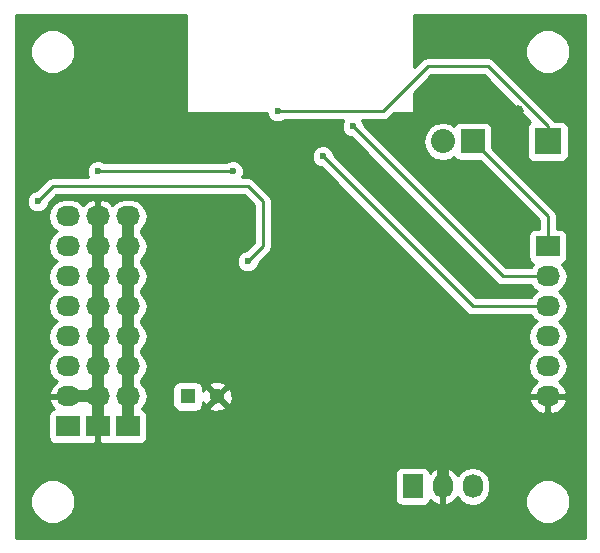
<source format=gbl>
G04 #@! TF.FileFunction,Copper,L2,Bot,Signal*
%FSLAX46Y46*%
G04 Gerber Fmt 4.6, Leading zero omitted, Abs format (unit mm)*
G04 Created by KiCad (PCBNEW 4.0.1-stable) date Wednesday, 17 February 2016 'pmt' 21:43:36*
%MOMM*%
G01*
G04 APERTURE LIST*
%ADD10C,0.100000*%
%ADD11C,1.300000*%
%ADD12R,1.300000X1.300000*%
%ADD13R,1.727200X2.032000*%
%ADD14O,1.727200X2.032000*%
%ADD15R,2.032000X1.727200*%
%ADD16O,2.032000X1.727200*%
%ADD17R,2.032000X2.032000*%
%ADD18O,2.032000X2.032000*%
%ADD19R,2.235200X2.235200*%
%ADD20C,1.000000*%
%ADD21C,0.600000*%
%ADD22C,1.000000*%
%ADD23C,0.250000*%
%ADD24C,0.254000*%
G04 APERTURE END LIST*
D10*
D11*
X133310000Y-115570000D03*
D12*
X130810000Y-115570000D03*
D13*
X149860000Y-123190000D03*
D14*
X152400000Y-123190000D03*
X154940000Y-123190000D03*
D15*
X161290000Y-102870000D03*
D16*
X161290000Y-105410000D03*
X161290000Y-107950000D03*
X161290000Y-110490000D03*
X161290000Y-113030000D03*
X161290000Y-115570000D03*
D15*
X125730000Y-118110000D03*
D16*
X125730000Y-115570000D03*
X125730000Y-113030000D03*
X125730000Y-110490000D03*
X125730000Y-107950000D03*
X125730000Y-105410000D03*
X125730000Y-102870000D03*
X125730000Y-100330000D03*
D15*
X123190000Y-118110000D03*
D16*
X123190000Y-115570000D03*
X123190000Y-113030000D03*
X123190000Y-110490000D03*
X123190000Y-107950000D03*
X123190000Y-105410000D03*
X123190000Y-102870000D03*
X123190000Y-100330000D03*
D15*
X120650000Y-118110000D03*
D16*
X120650000Y-115570000D03*
X120650000Y-113030000D03*
X120650000Y-110490000D03*
X120650000Y-107950000D03*
X120650000Y-105410000D03*
X120650000Y-102870000D03*
X120650000Y-100330000D03*
D17*
X154940000Y-93980000D03*
D18*
X152400000Y-93980000D03*
D19*
X161290000Y-93980000D03*
D20*
X123190000Y-91440000D03*
X158750000Y-91440000D03*
X147320000Y-113030000D03*
D21*
X144780000Y-92710000D03*
X142240000Y-95250000D03*
X135890000Y-104140000D03*
X118110000Y-99060000D03*
X134620000Y-96520000D03*
X123190000Y-96520000D03*
X138430000Y-91440000D03*
D22*
X147320000Y-113030000D02*
X140970000Y-106680000D01*
X125730000Y-93980000D02*
X123190000Y-91440000D01*
X134620000Y-93980000D02*
X125730000Y-93980000D01*
X140970000Y-100330000D02*
X134620000Y-93980000D01*
X140970000Y-106680000D02*
X140970000Y-100330000D01*
X123190000Y-105410000D02*
X123190000Y-102870000D01*
X123190000Y-102870000D02*
X123190000Y-100330000D01*
X123190000Y-107950000D02*
X123190000Y-105410000D01*
X123190000Y-110490000D02*
X123190000Y-107950000D01*
X123190000Y-113030000D02*
X123190000Y-110490000D01*
X123190000Y-115570000D02*
X123190000Y-113030000D01*
X123190000Y-115570000D02*
X120650000Y-115570000D01*
X123190000Y-118110000D02*
X123190000Y-115570000D01*
X152400000Y-123190000D02*
X152400000Y-118110000D01*
X152400000Y-118110000D02*
X147320000Y-113030000D01*
X125730000Y-105410000D02*
X125730000Y-102870000D01*
X125730000Y-102870000D02*
X125730000Y-100330000D01*
X125730000Y-107950000D02*
X125730000Y-105410000D01*
X125730000Y-110490000D02*
X125730000Y-107950000D01*
X125730000Y-113030000D02*
X125730000Y-110490000D01*
X125730000Y-115570000D02*
X125730000Y-113030000D01*
X125730000Y-118110000D02*
X125730000Y-115570000D01*
D23*
X161290000Y-102870000D02*
X161290000Y-100330000D01*
X161290000Y-100330000D02*
X154940000Y-93980000D01*
X161290000Y-105410000D02*
X157480000Y-105410000D01*
X157480000Y-105410000D02*
X144780000Y-92710000D01*
X161290000Y-107950000D02*
X154940000Y-107950000D01*
X154940000Y-107950000D02*
X142240000Y-95250000D01*
X135890000Y-104140000D02*
X137160000Y-102870000D01*
X119380000Y-97790000D02*
X118110000Y-99060000D01*
X135890000Y-97790000D02*
X119380000Y-97790000D01*
X137160000Y-99060000D02*
X135890000Y-97790000D01*
X137160000Y-102870000D02*
X137160000Y-99060000D01*
X134620000Y-96520000D02*
X123190000Y-96520000D01*
X161290000Y-93980000D02*
X161290000Y-92710000D01*
X147320000Y-91440000D02*
X138430000Y-91440000D01*
X151130000Y-87630000D02*
X147320000Y-91440000D01*
X156210000Y-87630000D02*
X151130000Y-87630000D01*
X161290000Y-92710000D02*
X156210000Y-87630000D01*
D24*
G36*
X130683000Y-91440000D02*
X130693006Y-91489410D01*
X130721447Y-91531035D01*
X130763841Y-91558315D01*
X130810000Y-91567000D01*
X137494889Y-91567000D01*
X137494838Y-91625167D01*
X137636883Y-91968943D01*
X137899673Y-92232192D01*
X138243201Y-92374838D01*
X138615167Y-92375162D01*
X138958943Y-92233117D01*
X138992118Y-92200000D01*
X143979367Y-92200000D01*
X143845162Y-92523201D01*
X143844838Y-92895167D01*
X143986883Y-93238943D01*
X144249673Y-93502192D01*
X144593201Y-93644838D01*
X144640077Y-93644879D01*
X156942599Y-105947401D01*
X157189160Y-106112148D01*
X157480000Y-106170000D01*
X159845352Y-106170000D01*
X160045585Y-106469670D01*
X160360366Y-106680000D01*
X160045585Y-106890330D01*
X159845352Y-107190000D01*
X155254802Y-107190000D01*
X143175122Y-95110320D01*
X143175162Y-95064833D01*
X143033117Y-94721057D01*
X142770327Y-94457808D01*
X142426799Y-94315162D01*
X142054833Y-94314838D01*
X141711057Y-94456883D01*
X141447808Y-94719673D01*
X141305162Y-95063201D01*
X141304838Y-95435167D01*
X141446883Y-95778943D01*
X141709673Y-96042192D01*
X142053201Y-96184838D01*
X142100077Y-96184879D01*
X154402599Y-108487401D01*
X154649160Y-108652148D01*
X154940000Y-108710000D01*
X159845352Y-108710000D01*
X160045585Y-109009670D01*
X160360366Y-109220000D01*
X160045585Y-109430330D01*
X159720729Y-109916511D01*
X159606655Y-110490000D01*
X159720729Y-111063489D01*
X160045585Y-111549670D01*
X160360366Y-111760000D01*
X160045585Y-111970330D01*
X159720729Y-112456511D01*
X159606655Y-113030000D01*
X159720729Y-113603489D01*
X160045585Y-114089670D01*
X160355069Y-114296461D01*
X159939268Y-114667964D01*
X159685291Y-115195209D01*
X159682642Y-115210974D01*
X159803783Y-115443000D01*
X161163000Y-115443000D01*
X161163000Y-115423000D01*
X161417000Y-115423000D01*
X161417000Y-115443000D01*
X162776217Y-115443000D01*
X162897358Y-115210974D01*
X162894709Y-115195209D01*
X162640732Y-114667964D01*
X162224931Y-114296461D01*
X162534415Y-114089670D01*
X162859271Y-113603489D01*
X162973345Y-113030000D01*
X162859271Y-112456511D01*
X162534415Y-111970330D01*
X162219634Y-111760000D01*
X162534415Y-111549670D01*
X162859271Y-111063489D01*
X162973345Y-110490000D01*
X162859271Y-109916511D01*
X162534415Y-109430330D01*
X162219634Y-109220000D01*
X162534415Y-109009670D01*
X162859271Y-108523489D01*
X162973345Y-107950000D01*
X162859271Y-107376511D01*
X162534415Y-106890330D01*
X162219634Y-106680000D01*
X162534415Y-106469670D01*
X162859271Y-105983489D01*
X162973345Y-105410000D01*
X162859271Y-104836511D01*
X162534415Y-104350330D01*
X162520087Y-104340757D01*
X162541317Y-104336762D01*
X162757441Y-104197690D01*
X162902431Y-103985490D01*
X162953440Y-103733600D01*
X162953440Y-102006400D01*
X162909162Y-101771083D01*
X162770090Y-101554959D01*
X162557890Y-101409969D01*
X162306000Y-101358960D01*
X162050000Y-101358960D01*
X162050000Y-100330000D01*
X161992148Y-100039161D01*
X161827401Y-99792599D01*
X156603440Y-94568638D01*
X156603440Y-92964000D01*
X156559162Y-92728683D01*
X156420090Y-92512559D01*
X156207890Y-92367569D01*
X155956000Y-92316560D01*
X153924000Y-92316560D01*
X153688683Y-92360838D01*
X153472559Y-92499910D01*
X153370802Y-92648837D01*
X153031810Y-92422330D01*
X152400000Y-92296655D01*
X151768190Y-92422330D01*
X151232567Y-92780222D01*
X150874675Y-93315845D01*
X150749000Y-93947655D01*
X150749000Y-94012345D01*
X150874675Y-94644155D01*
X151232567Y-95179778D01*
X151768190Y-95537670D01*
X152400000Y-95663345D01*
X153031810Y-95537670D01*
X153371792Y-95310501D01*
X153459910Y-95447441D01*
X153672110Y-95592431D01*
X153924000Y-95643440D01*
X155528638Y-95643440D01*
X160530000Y-100644802D01*
X160530000Y-101358960D01*
X160274000Y-101358960D01*
X160038683Y-101403238D01*
X159822559Y-101542310D01*
X159677569Y-101754510D01*
X159626560Y-102006400D01*
X159626560Y-103733600D01*
X159670838Y-103968917D01*
X159809910Y-104185041D01*
X160022110Y-104330031D01*
X160063439Y-104338400D01*
X160045585Y-104350330D01*
X159845352Y-104650000D01*
X157794802Y-104650000D01*
X145715122Y-92570320D01*
X145715162Y-92524833D01*
X145580944Y-92200000D01*
X147320000Y-92200000D01*
X147610839Y-92142148D01*
X147857401Y-91977401D01*
X148267802Y-91567000D01*
X149860000Y-91567000D01*
X149909410Y-91556994D01*
X149951035Y-91528553D01*
X149978315Y-91486159D01*
X149987000Y-91440000D01*
X149987000Y-89847802D01*
X151444802Y-88390000D01*
X155895198Y-88390000D01*
X159832034Y-92326836D01*
X159720959Y-92398310D01*
X159575969Y-92610510D01*
X159524960Y-92862400D01*
X159524960Y-95097600D01*
X159569238Y-95332917D01*
X159708310Y-95549041D01*
X159920510Y-95694031D01*
X160172400Y-95745040D01*
X162407600Y-95745040D01*
X162642917Y-95700762D01*
X162859041Y-95561690D01*
X163004031Y-95349490D01*
X163055040Y-95097600D01*
X163055040Y-92862400D01*
X163010762Y-92627083D01*
X162871690Y-92410959D01*
X162659490Y-92265969D01*
X162407600Y-92214960D01*
X161855706Y-92214960D01*
X161827401Y-92172599D01*
X156747401Y-87092599D01*
X156500839Y-86927852D01*
X156210000Y-86870000D01*
X151130000Y-86870000D01*
X150839161Y-86927852D01*
X150592599Y-87092599D01*
X149987000Y-87698198D01*
X149987000Y-86733305D01*
X159404674Y-86733305D01*
X159691043Y-87426372D01*
X160220839Y-87957093D01*
X160913405Y-88244672D01*
X161663305Y-88245326D01*
X162356372Y-87958957D01*
X162887093Y-87429161D01*
X163174672Y-86736595D01*
X163175326Y-85986695D01*
X162888957Y-85293628D01*
X162359161Y-84762907D01*
X161666595Y-84475328D01*
X160916695Y-84474674D01*
X160223628Y-84761043D01*
X159692907Y-85290839D01*
X159405328Y-85983405D01*
X159404674Y-86733305D01*
X149987000Y-86733305D01*
X149987000Y-83235000D01*
X164415000Y-83235000D01*
X164415000Y-127585000D01*
X116255000Y-127585000D01*
X116255000Y-124833305D01*
X117494674Y-124833305D01*
X117781043Y-125526372D01*
X118310839Y-126057093D01*
X119003405Y-126344672D01*
X119753305Y-126345326D01*
X120446372Y-126058957D01*
X120977093Y-125529161D01*
X121264672Y-124836595D01*
X121265326Y-124086695D01*
X120978957Y-123393628D01*
X120449161Y-122862907D01*
X119756595Y-122575328D01*
X119006695Y-122574674D01*
X118313628Y-122861043D01*
X117782907Y-123390839D01*
X117495328Y-124083405D01*
X117494674Y-124833305D01*
X116255000Y-124833305D01*
X116255000Y-122174000D01*
X148348960Y-122174000D01*
X148348960Y-124206000D01*
X148393238Y-124441317D01*
X148532310Y-124657441D01*
X148744510Y-124802431D01*
X148996400Y-124853440D01*
X150723600Y-124853440D01*
X150958917Y-124809162D01*
X151175041Y-124670090D01*
X151320031Y-124457890D01*
X151339232Y-124363073D01*
X151497964Y-124540732D01*
X152025209Y-124794709D01*
X152040974Y-124797358D01*
X152273000Y-124676217D01*
X152273000Y-123317000D01*
X152253000Y-123317000D01*
X152253000Y-123063000D01*
X152273000Y-123063000D01*
X152273000Y-121703783D01*
X152527000Y-121703783D01*
X152527000Y-123063000D01*
X152547000Y-123063000D01*
X152547000Y-123317000D01*
X152527000Y-123317000D01*
X152527000Y-124676217D01*
X152759026Y-124797358D01*
X152774791Y-124794709D01*
X153302036Y-124540732D01*
X153673539Y-124124931D01*
X153880330Y-124434415D01*
X154366511Y-124759271D01*
X154940000Y-124873345D01*
X155141294Y-124833305D01*
X159404674Y-124833305D01*
X159691043Y-125526372D01*
X160220839Y-126057093D01*
X160913405Y-126344672D01*
X161663305Y-126345326D01*
X162356372Y-126058957D01*
X162887093Y-125529161D01*
X163174672Y-124836595D01*
X163175326Y-124086695D01*
X162888957Y-123393628D01*
X162359161Y-122862907D01*
X161666595Y-122575328D01*
X160916695Y-122574674D01*
X160223628Y-122861043D01*
X159692907Y-123390839D01*
X159405328Y-124083405D01*
X159404674Y-124833305D01*
X155141294Y-124833305D01*
X155513489Y-124759271D01*
X155999670Y-124434415D01*
X156324526Y-123948234D01*
X156438600Y-123374745D01*
X156438600Y-123005255D01*
X156324526Y-122431766D01*
X155999670Y-121945585D01*
X155513489Y-121620729D01*
X154940000Y-121506655D01*
X154366511Y-121620729D01*
X153880330Y-121945585D01*
X153673539Y-122255069D01*
X153302036Y-121839268D01*
X152774791Y-121585291D01*
X152759026Y-121582642D01*
X152527000Y-121703783D01*
X152273000Y-121703783D01*
X152040974Y-121582642D01*
X152025209Y-121585291D01*
X151497964Y-121839268D01*
X151341093Y-122014845D01*
X151326762Y-121938683D01*
X151187690Y-121722559D01*
X150975490Y-121577569D01*
X150723600Y-121526560D01*
X148996400Y-121526560D01*
X148761083Y-121570838D01*
X148544959Y-121709910D01*
X148399969Y-121922110D01*
X148348960Y-122174000D01*
X116255000Y-122174000D01*
X116255000Y-117246400D01*
X118986560Y-117246400D01*
X118986560Y-118973600D01*
X119030838Y-119208917D01*
X119169910Y-119425041D01*
X119382110Y-119570031D01*
X119634000Y-119621040D01*
X121666000Y-119621040D01*
X121901317Y-119576762D01*
X121928539Y-119559245D01*
X122047691Y-119608600D01*
X122904250Y-119608600D01*
X123063000Y-119449850D01*
X123063000Y-118237000D01*
X123043000Y-118237000D01*
X123043000Y-117983000D01*
X123063000Y-117983000D01*
X123063000Y-115697000D01*
X120777000Y-115697000D01*
X120777000Y-115717000D01*
X120523000Y-115717000D01*
X120523000Y-115697000D01*
X119163783Y-115697000D01*
X119042642Y-115929026D01*
X119045291Y-115944791D01*
X119299268Y-116472036D01*
X119474845Y-116628907D01*
X119398683Y-116643238D01*
X119182559Y-116782310D01*
X119037569Y-116994510D01*
X118986560Y-117246400D01*
X116255000Y-117246400D01*
X116255000Y-100330000D01*
X118966655Y-100330000D01*
X119080729Y-100903489D01*
X119405585Y-101389670D01*
X119720366Y-101600000D01*
X119405585Y-101810330D01*
X119080729Y-102296511D01*
X118966655Y-102870000D01*
X119080729Y-103443489D01*
X119405585Y-103929670D01*
X119720366Y-104140000D01*
X119405585Y-104350330D01*
X119080729Y-104836511D01*
X118966655Y-105410000D01*
X119080729Y-105983489D01*
X119405585Y-106469670D01*
X119720366Y-106680000D01*
X119405585Y-106890330D01*
X119080729Y-107376511D01*
X118966655Y-107950000D01*
X119080729Y-108523489D01*
X119405585Y-109009670D01*
X119720366Y-109220000D01*
X119405585Y-109430330D01*
X119080729Y-109916511D01*
X118966655Y-110490000D01*
X119080729Y-111063489D01*
X119405585Y-111549670D01*
X119720366Y-111760000D01*
X119405585Y-111970330D01*
X119080729Y-112456511D01*
X118966655Y-113030000D01*
X119080729Y-113603489D01*
X119405585Y-114089670D01*
X119715069Y-114296461D01*
X119299268Y-114667964D01*
X119045291Y-115195209D01*
X119042642Y-115210974D01*
X119163783Y-115443000D01*
X120523000Y-115443000D01*
X120523000Y-115423000D01*
X120777000Y-115423000D01*
X120777000Y-115443000D01*
X123063000Y-115443000D01*
X123063000Y-113157000D01*
X123043000Y-113157000D01*
X123043000Y-112903000D01*
X123063000Y-112903000D01*
X123063000Y-110617000D01*
X123043000Y-110617000D01*
X123043000Y-110363000D01*
X123063000Y-110363000D01*
X123063000Y-108077000D01*
X123043000Y-108077000D01*
X123043000Y-107823000D01*
X123063000Y-107823000D01*
X123063000Y-105537000D01*
X123043000Y-105537000D01*
X123043000Y-105283000D01*
X123063000Y-105283000D01*
X123063000Y-102997000D01*
X123043000Y-102997000D01*
X123043000Y-102743000D01*
X123063000Y-102743000D01*
X123063000Y-100457000D01*
X123043000Y-100457000D01*
X123043000Y-100203000D01*
X123063000Y-100203000D01*
X123063000Y-98989076D01*
X123317000Y-98989076D01*
X123317000Y-100203000D01*
X123337000Y-100203000D01*
X123337000Y-100457000D01*
X123317000Y-100457000D01*
X123317000Y-102743000D01*
X123337000Y-102743000D01*
X123337000Y-102997000D01*
X123317000Y-102997000D01*
X123317000Y-105283000D01*
X123337000Y-105283000D01*
X123337000Y-105537000D01*
X123317000Y-105537000D01*
X123317000Y-107823000D01*
X123337000Y-107823000D01*
X123337000Y-108077000D01*
X123317000Y-108077000D01*
X123317000Y-110363000D01*
X123337000Y-110363000D01*
X123337000Y-110617000D01*
X123317000Y-110617000D01*
X123317000Y-112903000D01*
X123337000Y-112903000D01*
X123337000Y-113157000D01*
X123317000Y-113157000D01*
X123317000Y-115443000D01*
X123337000Y-115443000D01*
X123337000Y-115697000D01*
X123317000Y-115697000D01*
X123317000Y-117983000D01*
X123337000Y-117983000D01*
X123337000Y-118237000D01*
X123317000Y-118237000D01*
X123317000Y-119449850D01*
X123475750Y-119608600D01*
X124332309Y-119608600D01*
X124448263Y-119560570D01*
X124462110Y-119570031D01*
X124714000Y-119621040D01*
X126746000Y-119621040D01*
X126981317Y-119576762D01*
X127197441Y-119437690D01*
X127342431Y-119225490D01*
X127393440Y-118973600D01*
X127393440Y-117246400D01*
X127349162Y-117011083D01*
X127210090Y-116794959D01*
X126997890Y-116649969D01*
X126956561Y-116641600D01*
X126974415Y-116629670D01*
X127299271Y-116143489D01*
X127413345Y-115570000D01*
X127299271Y-114996511D01*
X127248148Y-114920000D01*
X129512560Y-114920000D01*
X129512560Y-116220000D01*
X129556838Y-116455317D01*
X129695910Y-116671441D01*
X129908110Y-116816431D01*
X130160000Y-116867440D01*
X131460000Y-116867440D01*
X131695317Y-116823162D01*
X131911441Y-116684090D01*
X132056431Y-116471890D01*
X132057012Y-116469016D01*
X132590590Y-116469016D01*
X132646271Y-116699611D01*
X133129078Y-116867622D01*
X133639428Y-116838083D01*
X133973729Y-116699611D01*
X134029410Y-116469016D01*
X133310000Y-115749605D01*
X132590590Y-116469016D01*
X132057012Y-116469016D01*
X132107440Y-116220000D01*
X132107440Y-116057615D01*
X132180389Y-116233729D01*
X132410984Y-116289410D01*
X133130395Y-115570000D01*
X133489605Y-115570000D01*
X134209016Y-116289410D01*
X134439611Y-116233729D01*
X134545643Y-115929026D01*
X159682642Y-115929026D01*
X159685291Y-115944791D01*
X159939268Y-116472036D01*
X160375680Y-116861954D01*
X160928087Y-117055184D01*
X161163000Y-116910924D01*
X161163000Y-115697000D01*
X161417000Y-115697000D01*
X161417000Y-116910924D01*
X161651913Y-117055184D01*
X162204320Y-116861954D01*
X162640732Y-116472036D01*
X162894709Y-115944791D01*
X162897358Y-115929026D01*
X162776217Y-115697000D01*
X161417000Y-115697000D01*
X161163000Y-115697000D01*
X159803783Y-115697000D01*
X159682642Y-115929026D01*
X134545643Y-115929026D01*
X134607622Y-115750922D01*
X134578083Y-115240572D01*
X134439611Y-114906271D01*
X134209016Y-114850590D01*
X133489605Y-115570000D01*
X133130395Y-115570000D01*
X132410984Y-114850590D01*
X132180389Y-114906271D01*
X132107440Y-115115902D01*
X132107440Y-114920000D01*
X132063162Y-114684683D01*
X132054347Y-114670984D01*
X132590590Y-114670984D01*
X133310000Y-115390395D01*
X134029410Y-114670984D01*
X133973729Y-114440389D01*
X133490922Y-114272378D01*
X132980572Y-114301917D01*
X132646271Y-114440389D01*
X132590590Y-114670984D01*
X132054347Y-114670984D01*
X131924090Y-114468559D01*
X131711890Y-114323569D01*
X131460000Y-114272560D01*
X130160000Y-114272560D01*
X129924683Y-114316838D01*
X129708559Y-114455910D01*
X129563569Y-114668110D01*
X129512560Y-114920000D01*
X127248148Y-114920000D01*
X126974415Y-114510330D01*
X126865000Y-114437221D01*
X126865000Y-114162779D01*
X126974415Y-114089670D01*
X127299271Y-113603489D01*
X127413345Y-113030000D01*
X127299271Y-112456511D01*
X126974415Y-111970330D01*
X126865000Y-111897221D01*
X126865000Y-111622779D01*
X126974415Y-111549670D01*
X127299271Y-111063489D01*
X127413345Y-110490000D01*
X127299271Y-109916511D01*
X126974415Y-109430330D01*
X126865000Y-109357221D01*
X126865000Y-109082779D01*
X126974415Y-109009670D01*
X127299271Y-108523489D01*
X127413345Y-107950000D01*
X127299271Y-107376511D01*
X126974415Y-106890330D01*
X126865000Y-106817221D01*
X126865000Y-106542779D01*
X126974415Y-106469670D01*
X127299271Y-105983489D01*
X127413345Y-105410000D01*
X127299271Y-104836511D01*
X126974415Y-104350330D01*
X126865000Y-104277221D01*
X126865000Y-104002779D01*
X126974415Y-103929670D01*
X127299271Y-103443489D01*
X127413345Y-102870000D01*
X127299271Y-102296511D01*
X126974415Y-101810330D01*
X126865000Y-101737221D01*
X126865000Y-101462779D01*
X126974415Y-101389670D01*
X127299271Y-100903489D01*
X127413345Y-100330000D01*
X127299271Y-99756511D01*
X126974415Y-99270330D01*
X126488234Y-98945474D01*
X125914745Y-98831400D01*
X125545255Y-98831400D01*
X124971766Y-98945474D01*
X124485585Y-99270330D01*
X124440246Y-99338184D01*
X124104320Y-99038046D01*
X123551913Y-98844816D01*
X123317000Y-98989076D01*
X123063000Y-98989076D01*
X122828087Y-98844816D01*
X122275680Y-99038046D01*
X121939754Y-99338184D01*
X121894415Y-99270330D01*
X121408234Y-98945474D01*
X120834745Y-98831400D01*
X120465255Y-98831400D01*
X119891766Y-98945474D01*
X119405585Y-99270330D01*
X119080729Y-99756511D01*
X118966655Y-100330000D01*
X116255000Y-100330000D01*
X116255000Y-99245167D01*
X117174838Y-99245167D01*
X117316883Y-99588943D01*
X117579673Y-99852192D01*
X117923201Y-99994838D01*
X118295167Y-99995162D01*
X118638943Y-99853117D01*
X118902192Y-99590327D01*
X119044838Y-99246799D01*
X119044879Y-99199923D01*
X119694802Y-98550000D01*
X135575198Y-98550000D01*
X136400000Y-99374802D01*
X136400000Y-102555198D01*
X135750320Y-103204878D01*
X135704833Y-103204838D01*
X135361057Y-103346883D01*
X135097808Y-103609673D01*
X134955162Y-103953201D01*
X134954838Y-104325167D01*
X135096883Y-104668943D01*
X135359673Y-104932192D01*
X135703201Y-105074838D01*
X136075167Y-105075162D01*
X136418943Y-104933117D01*
X136682192Y-104670327D01*
X136824838Y-104326799D01*
X136824879Y-104279923D01*
X137697401Y-103407401D01*
X137862148Y-103160840D01*
X137920000Y-102870000D01*
X137920000Y-99060000D01*
X137862148Y-98769161D01*
X137862148Y-98769160D01*
X137697401Y-98522599D01*
X136427401Y-97252599D01*
X136180839Y-97087852D01*
X135890000Y-97030000D01*
X135420633Y-97030000D01*
X135554838Y-96706799D01*
X135555162Y-96334833D01*
X135413117Y-95991057D01*
X135150327Y-95727808D01*
X134806799Y-95585162D01*
X134434833Y-95584838D01*
X134091057Y-95726883D01*
X134057882Y-95760000D01*
X123752463Y-95760000D01*
X123720327Y-95727808D01*
X123376799Y-95585162D01*
X123004833Y-95584838D01*
X122661057Y-95726883D01*
X122397808Y-95989673D01*
X122255162Y-96333201D01*
X122254838Y-96705167D01*
X122389056Y-97030000D01*
X119380000Y-97030000D01*
X119089160Y-97087852D01*
X118842599Y-97252599D01*
X117970320Y-98124878D01*
X117924833Y-98124838D01*
X117581057Y-98266883D01*
X117317808Y-98529673D01*
X117175162Y-98873201D01*
X117174838Y-99245167D01*
X116255000Y-99245167D01*
X116255000Y-86733305D01*
X117494674Y-86733305D01*
X117781043Y-87426372D01*
X118310839Y-87957093D01*
X119003405Y-88244672D01*
X119753305Y-88245326D01*
X120446372Y-87958957D01*
X120977093Y-87429161D01*
X121264672Y-86736595D01*
X121265326Y-85986695D01*
X120978957Y-85293628D01*
X120449161Y-84762907D01*
X119756595Y-84475328D01*
X119006695Y-84474674D01*
X118313628Y-84761043D01*
X117782907Y-85290839D01*
X117495328Y-85983405D01*
X117494674Y-86733305D01*
X116255000Y-86733305D01*
X116255000Y-83235000D01*
X130683000Y-83235000D01*
X130683000Y-91440000D01*
X130683000Y-91440000D01*
G37*
X130683000Y-91440000D02*
X130693006Y-91489410D01*
X130721447Y-91531035D01*
X130763841Y-91558315D01*
X130810000Y-91567000D01*
X137494889Y-91567000D01*
X137494838Y-91625167D01*
X137636883Y-91968943D01*
X137899673Y-92232192D01*
X138243201Y-92374838D01*
X138615167Y-92375162D01*
X138958943Y-92233117D01*
X138992118Y-92200000D01*
X143979367Y-92200000D01*
X143845162Y-92523201D01*
X143844838Y-92895167D01*
X143986883Y-93238943D01*
X144249673Y-93502192D01*
X144593201Y-93644838D01*
X144640077Y-93644879D01*
X156942599Y-105947401D01*
X157189160Y-106112148D01*
X157480000Y-106170000D01*
X159845352Y-106170000D01*
X160045585Y-106469670D01*
X160360366Y-106680000D01*
X160045585Y-106890330D01*
X159845352Y-107190000D01*
X155254802Y-107190000D01*
X143175122Y-95110320D01*
X143175162Y-95064833D01*
X143033117Y-94721057D01*
X142770327Y-94457808D01*
X142426799Y-94315162D01*
X142054833Y-94314838D01*
X141711057Y-94456883D01*
X141447808Y-94719673D01*
X141305162Y-95063201D01*
X141304838Y-95435167D01*
X141446883Y-95778943D01*
X141709673Y-96042192D01*
X142053201Y-96184838D01*
X142100077Y-96184879D01*
X154402599Y-108487401D01*
X154649160Y-108652148D01*
X154940000Y-108710000D01*
X159845352Y-108710000D01*
X160045585Y-109009670D01*
X160360366Y-109220000D01*
X160045585Y-109430330D01*
X159720729Y-109916511D01*
X159606655Y-110490000D01*
X159720729Y-111063489D01*
X160045585Y-111549670D01*
X160360366Y-111760000D01*
X160045585Y-111970330D01*
X159720729Y-112456511D01*
X159606655Y-113030000D01*
X159720729Y-113603489D01*
X160045585Y-114089670D01*
X160355069Y-114296461D01*
X159939268Y-114667964D01*
X159685291Y-115195209D01*
X159682642Y-115210974D01*
X159803783Y-115443000D01*
X161163000Y-115443000D01*
X161163000Y-115423000D01*
X161417000Y-115423000D01*
X161417000Y-115443000D01*
X162776217Y-115443000D01*
X162897358Y-115210974D01*
X162894709Y-115195209D01*
X162640732Y-114667964D01*
X162224931Y-114296461D01*
X162534415Y-114089670D01*
X162859271Y-113603489D01*
X162973345Y-113030000D01*
X162859271Y-112456511D01*
X162534415Y-111970330D01*
X162219634Y-111760000D01*
X162534415Y-111549670D01*
X162859271Y-111063489D01*
X162973345Y-110490000D01*
X162859271Y-109916511D01*
X162534415Y-109430330D01*
X162219634Y-109220000D01*
X162534415Y-109009670D01*
X162859271Y-108523489D01*
X162973345Y-107950000D01*
X162859271Y-107376511D01*
X162534415Y-106890330D01*
X162219634Y-106680000D01*
X162534415Y-106469670D01*
X162859271Y-105983489D01*
X162973345Y-105410000D01*
X162859271Y-104836511D01*
X162534415Y-104350330D01*
X162520087Y-104340757D01*
X162541317Y-104336762D01*
X162757441Y-104197690D01*
X162902431Y-103985490D01*
X162953440Y-103733600D01*
X162953440Y-102006400D01*
X162909162Y-101771083D01*
X162770090Y-101554959D01*
X162557890Y-101409969D01*
X162306000Y-101358960D01*
X162050000Y-101358960D01*
X162050000Y-100330000D01*
X161992148Y-100039161D01*
X161827401Y-99792599D01*
X156603440Y-94568638D01*
X156603440Y-92964000D01*
X156559162Y-92728683D01*
X156420090Y-92512559D01*
X156207890Y-92367569D01*
X155956000Y-92316560D01*
X153924000Y-92316560D01*
X153688683Y-92360838D01*
X153472559Y-92499910D01*
X153370802Y-92648837D01*
X153031810Y-92422330D01*
X152400000Y-92296655D01*
X151768190Y-92422330D01*
X151232567Y-92780222D01*
X150874675Y-93315845D01*
X150749000Y-93947655D01*
X150749000Y-94012345D01*
X150874675Y-94644155D01*
X151232567Y-95179778D01*
X151768190Y-95537670D01*
X152400000Y-95663345D01*
X153031810Y-95537670D01*
X153371792Y-95310501D01*
X153459910Y-95447441D01*
X153672110Y-95592431D01*
X153924000Y-95643440D01*
X155528638Y-95643440D01*
X160530000Y-100644802D01*
X160530000Y-101358960D01*
X160274000Y-101358960D01*
X160038683Y-101403238D01*
X159822559Y-101542310D01*
X159677569Y-101754510D01*
X159626560Y-102006400D01*
X159626560Y-103733600D01*
X159670838Y-103968917D01*
X159809910Y-104185041D01*
X160022110Y-104330031D01*
X160063439Y-104338400D01*
X160045585Y-104350330D01*
X159845352Y-104650000D01*
X157794802Y-104650000D01*
X145715122Y-92570320D01*
X145715162Y-92524833D01*
X145580944Y-92200000D01*
X147320000Y-92200000D01*
X147610839Y-92142148D01*
X147857401Y-91977401D01*
X148267802Y-91567000D01*
X149860000Y-91567000D01*
X149909410Y-91556994D01*
X149951035Y-91528553D01*
X149978315Y-91486159D01*
X149987000Y-91440000D01*
X149987000Y-89847802D01*
X151444802Y-88390000D01*
X155895198Y-88390000D01*
X159832034Y-92326836D01*
X159720959Y-92398310D01*
X159575969Y-92610510D01*
X159524960Y-92862400D01*
X159524960Y-95097600D01*
X159569238Y-95332917D01*
X159708310Y-95549041D01*
X159920510Y-95694031D01*
X160172400Y-95745040D01*
X162407600Y-95745040D01*
X162642917Y-95700762D01*
X162859041Y-95561690D01*
X163004031Y-95349490D01*
X163055040Y-95097600D01*
X163055040Y-92862400D01*
X163010762Y-92627083D01*
X162871690Y-92410959D01*
X162659490Y-92265969D01*
X162407600Y-92214960D01*
X161855706Y-92214960D01*
X161827401Y-92172599D01*
X156747401Y-87092599D01*
X156500839Y-86927852D01*
X156210000Y-86870000D01*
X151130000Y-86870000D01*
X150839161Y-86927852D01*
X150592599Y-87092599D01*
X149987000Y-87698198D01*
X149987000Y-86733305D01*
X159404674Y-86733305D01*
X159691043Y-87426372D01*
X160220839Y-87957093D01*
X160913405Y-88244672D01*
X161663305Y-88245326D01*
X162356372Y-87958957D01*
X162887093Y-87429161D01*
X163174672Y-86736595D01*
X163175326Y-85986695D01*
X162888957Y-85293628D01*
X162359161Y-84762907D01*
X161666595Y-84475328D01*
X160916695Y-84474674D01*
X160223628Y-84761043D01*
X159692907Y-85290839D01*
X159405328Y-85983405D01*
X159404674Y-86733305D01*
X149987000Y-86733305D01*
X149987000Y-83235000D01*
X164415000Y-83235000D01*
X164415000Y-127585000D01*
X116255000Y-127585000D01*
X116255000Y-124833305D01*
X117494674Y-124833305D01*
X117781043Y-125526372D01*
X118310839Y-126057093D01*
X119003405Y-126344672D01*
X119753305Y-126345326D01*
X120446372Y-126058957D01*
X120977093Y-125529161D01*
X121264672Y-124836595D01*
X121265326Y-124086695D01*
X120978957Y-123393628D01*
X120449161Y-122862907D01*
X119756595Y-122575328D01*
X119006695Y-122574674D01*
X118313628Y-122861043D01*
X117782907Y-123390839D01*
X117495328Y-124083405D01*
X117494674Y-124833305D01*
X116255000Y-124833305D01*
X116255000Y-122174000D01*
X148348960Y-122174000D01*
X148348960Y-124206000D01*
X148393238Y-124441317D01*
X148532310Y-124657441D01*
X148744510Y-124802431D01*
X148996400Y-124853440D01*
X150723600Y-124853440D01*
X150958917Y-124809162D01*
X151175041Y-124670090D01*
X151320031Y-124457890D01*
X151339232Y-124363073D01*
X151497964Y-124540732D01*
X152025209Y-124794709D01*
X152040974Y-124797358D01*
X152273000Y-124676217D01*
X152273000Y-123317000D01*
X152253000Y-123317000D01*
X152253000Y-123063000D01*
X152273000Y-123063000D01*
X152273000Y-121703783D01*
X152527000Y-121703783D01*
X152527000Y-123063000D01*
X152547000Y-123063000D01*
X152547000Y-123317000D01*
X152527000Y-123317000D01*
X152527000Y-124676217D01*
X152759026Y-124797358D01*
X152774791Y-124794709D01*
X153302036Y-124540732D01*
X153673539Y-124124931D01*
X153880330Y-124434415D01*
X154366511Y-124759271D01*
X154940000Y-124873345D01*
X155141294Y-124833305D01*
X159404674Y-124833305D01*
X159691043Y-125526372D01*
X160220839Y-126057093D01*
X160913405Y-126344672D01*
X161663305Y-126345326D01*
X162356372Y-126058957D01*
X162887093Y-125529161D01*
X163174672Y-124836595D01*
X163175326Y-124086695D01*
X162888957Y-123393628D01*
X162359161Y-122862907D01*
X161666595Y-122575328D01*
X160916695Y-122574674D01*
X160223628Y-122861043D01*
X159692907Y-123390839D01*
X159405328Y-124083405D01*
X159404674Y-124833305D01*
X155141294Y-124833305D01*
X155513489Y-124759271D01*
X155999670Y-124434415D01*
X156324526Y-123948234D01*
X156438600Y-123374745D01*
X156438600Y-123005255D01*
X156324526Y-122431766D01*
X155999670Y-121945585D01*
X155513489Y-121620729D01*
X154940000Y-121506655D01*
X154366511Y-121620729D01*
X153880330Y-121945585D01*
X153673539Y-122255069D01*
X153302036Y-121839268D01*
X152774791Y-121585291D01*
X152759026Y-121582642D01*
X152527000Y-121703783D01*
X152273000Y-121703783D01*
X152040974Y-121582642D01*
X152025209Y-121585291D01*
X151497964Y-121839268D01*
X151341093Y-122014845D01*
X151326762Y-121938683D01*
X151187690Y-121722559D01*
X150975490Y-121577569D01*
X150723600Y-121526560D01*
X148996400Y-121526560D01*
X148761083Y-121570838D01*
X148544959Y-121709910D01*
X148399969Y-121922110D01*
X148348960Y-122174000D01*
X116255000Y-122174000D01*
X116255000Y-117246400D01*
X118986560Y-117246400D01*
X118986560Y-118973600D01*
X119030838Y-119208917D01*
X119169910Y-119425041D01*
X119382110Y-119570031D01*
X119634000Y-119621040D01*
X121666000Y-119621040D01*
X121901317Y-119576762D01*
X121928539Y-119559245D01*
X122047691Y-119608600D01*
X122904250Y-119608600D01*
X123063000Y-119449850D01*
X123063000Y-118237000D01*
X123043000Y-118237000D01*
X123043000Y-117983000D01*
X123063000Y-117983000D01*
X123063000Y-115697000D01*
X120777000Y-115697000D01*
X120777000Y-115717000D01*
X120523000Y-115717000D01*
X120523000Y-115697000D01*
X119163783Y-115697000D01*
X119042642Y-115929026D01*
X119045291Y-115944791D01*
X119299268Y-116472036D01*
X119474845Y-116628907D01*
X119398683Y-116643238D01*
X119182559Y-116782310D01*
X119037569Y-116994510D01*
X118986560Y-117246400D01*
X116255000Y-117246400D01*
X116255000Y-100330000D01*
X118966655Y-100330000D01*
X119080729Y-100903489D01*
X119405585Y-101389670D01*
X119720366Y-101600000D01*
X119405585Y-101810330D01*
X119080729Y-102296511D01*
X118966655Y-102870000D01*
X119080729Y-103443489D01*
X119405585Y-103929670D01*
X119720366Y-104140000D01*
X119405585Y-104350330D01*
X119080729Y-104836511D01*
X118966655Y-105410000D01*
X119080729Y-105983489D01*
X119405585Y-106469670D01*
X119720366Y-106680000D01*
X119405585Y-106890330D01*
X119080729Y-107376511D01*
X118966655Y-107950000D01*
X119080729Y-108523489D01*
X119405585Y-109009670D01*
X119720366Y-109220000D01*
X119405585Y-109430330D01*
X119080729Y-109916511D01*
X118966655Y-110490000D01*
X119080729Y-111063489D01*
X119405585Y-111549670D01*
X119720366Y-111760000D01*
X119405585Y-111970330D01*
X119080729Y-112456511D01*
X118966655Y-113030000D01*
X119080729Y-113603489D01*
X119405585Y-114089670D01*
X119715069Y-114296461D01*
X119299268Y-114667964D01*
X119045291Y-115195209D01*
X119042642Y-115210974D01*
X119163783Y-115443000D01*
X120523000Y-115443000D01*
X120523000Y-115423000D01*
X120777000Y-115423000D01*
X120777000Y-115443000D01*
X123063000Y-115443000D01*
X123063000Y-113157000D01*
X123043000Y-113157000D01*
X123043000Y-112903000D01*
X123063000Y-112903000D01*
X123063000Y-110617000D01*
X123043000Y-110617000D01*
X123043000Y-110363000D01*
X123063000Y-110363000D01*
X123063000Y-108077000D01*
X123043000Y-108077000D01*
X123043000Y-107823000D01*
X123063000Y-107823000D01*
X123063000Y-105537000D01*
X123043000Y-105537000D01*
X123043000Y-105283000D01*
X123063000Y-105283000D01*
X123063000Y-102997000D01*
X123043000Y-102997000D01*
X123043000Y-102743000D01*
X123063000Y-102743000D01*
X123063000Y-100457000D01*
X123043000Y-100457000D01*
X123043000Y-100203000D01*
X123063000Y-100203000D01*
X123063000Y-98989076D01*
X123317000Y-98989076D01*
X123317000Y-100203000D01*
X123337000Y-100203000D01*
X123337000Y-100457000D01*
X123317000Y-100457000D01*
X123317000Y-102743000D01*
X123337000Y-102743000D01*
X123337000Y-102997000D01*
X123317000Y-102997000D01*
X123317000Y-105283000D01*
X123337000Y-105283000D01*
X123337000Y-105537000D01*
X123317000Y-105537000D01*
X123317000Y-107823000D01*
X123337000Y-107823000D01*
X123337000Y-108077000D01*
X123317000Y-108077000D01*
X123317000Y-110363000D01*
X123337000Y-110363000D01*
X123337000Y-110617000D01*
X123317000Y-110617000D01*
X123317000Y-112903000D01*
X123337000Y-112903000D01*
X123337000Y-113157000D01*
X123317000Y-113157000D01*
X123317000Y-115443000D01*
X123337000Y-115443000D01*
X123337000Y-115697000D01*
X123317000Y-115697000D01*
X123317000Y-117983000D01*
X123337000Y-117983000D01*
X123337000Y-118237000D01*
X123317000Y-118237000D01*
X123317000Y-119449850D01*
X123475750Y-119608600D01*
X124332309Y-119608600D01*
X124448263Y-119560570D01*
X124462110Y-119570031D01*
X124714000Y-119621040D01*
X126746000Y-119621040D01*
X126981317Y-119576762D01*
X127197441Y-119437690D01*
X127342431Y-119225490D01*
X127393440Y-118973600D01*
X127393440Y-117246400D01*
X127349162Y-117011083D01*
X127210090Y-116794959D01*
X126997890Y-116649969D01*
X126956561Y-116641600D01*
X126974415Y-116629670D01*
X127299271Y-116143489D01*
X127413345Y-115570000D01*
X127299271Y-114996511D01*
X127248148Y-114920000D01*
X129512560Y-114920000D01*
X129512560Y-116220000D01*
X129556838Y-116455317D01*
X129695910Y-116671441D01*
X129908110Y-116816431D01*
X130160000Y-116867440D01*
X131460000Y-116867440D01*
X131695317Y-116823162D01*
X131911441Y-116684090D01*
X132056431Y-116471890D01*
X132057012Y-116469016D01*
X132590590Y-116469016D01*
X132646271Y-116699611D01*
X133129078Y-116867622D01*
X133639428Y-116838083D01*
X133973729Y-116699611D01*
X134029410Y-116469016D01*
X133310000Y-115749605D01*
X132590590Y-116469016D01*
X132057012Y-116469016D01*
X132107440Y-116220000D01*
X132107440Y-116057615D01*
X132180389Y-116233729D01*
X132410984Y-116289410D01*
X133130395Y-115570000D01*
X133489605Y-115570000D01*
X134209016Y-116289410D01*
X134439611Y-116233729D01*
X134545643Y-115929026D01*
X159682642Y-115929026D01*
X159685291Y-115944791D01*
X159939268Y-116472036D01*
X160375680Y-116861954D01*
X160928087Y-117055184D01*
X161163000Y-116910924D01*
X161163000Y-115697000D01*
X161417000Y-115697000D01*
X161417000Y-116910924D01*
X161651913Y-117055184D01*
X162204320Y-116861954D01*
X162640732Y-116472036D01*
X162894709Y-115944791D01*
X162897358Y-115929026D01*
X162776217Y-115697000D01*
X161417000Y-115697000D01*
X161163000Y-115697000D01*
X159803783Y-115697000D01*
X159682642Y-115929026D01*
X134545643Y-115929026D01*
X134607622Y-115750922D01*
X134578083Y-115240572D01*
X134439611Y-114906271D01*
X134209016Y-114850590D01*
X133489605Y-115570000D01*
X133130395Y-115570000D01*
X132410984Y-114850590D01*
X132180389Y-114906271D01*
X132107440Y-115115902D01*
X132107440Y-114920000D01*
X132063162Y-114684683D01*
X132054347Y-114670984D01*
X132590590Y-114670984D01*
X133310000Y-115390395D01*
X134029410Y-114670984D01*
X133973729Y-114440389D01*
X133490922Y-114272378D01*
X132980572Y-114301917D01*
X132646271Y-114440389D01*
X132590590Y-114670984D01*
X132054347Y-114670984D01*
X131924090Y-114468559D01*
X131711890Y-114323569D01*
X131460000Y-114272560D01*
X130160000Y-114272560D01*
X129924683Y-114316838D01*
X129708559Y-114455910D01*
X129563569Y-114668110D01*
X129512560Y-114920000D01*
X127248148Y-114920000D01*
X126974415Y-114510330D01*
X126865000Y-114437221D01*
X126865000Y-114162779D01*
X126974415Y-114089670D01*
X127299271Y-113603489D01*
X127413345Y-113030000D01*
X127299271Y-112456511D01*
X126974415Y-111970330D01*
X126865000Y-111897221D01*
X126865000Y-111622779D01*
X126974415Y-111549670D01*
X127299271Y-111063489D01*
X127413345Y-110490000D01*
X127299271Y-109916511D01*
X126974415Y-109430330D01*
X126865000Y-109357221D01*
X126865000Y-109082779D01*
X126974415Y-109009670D01*
X127299271Y-108523489D01*
X127413345Y-107950000D01*
X127299271Y-107376511D01*
X126974415Y-106890330D01*
X126865000Y-106817221D01*
X126865000Y-106542779D01*
X126974415Y-106469670D01*
X127299271Y-105983489D01*
X127413345Y-105410000D01*
X127299271Y-104836511D01*
X126974415Y-104350330D01*
X126865000Y-104277221D01*
X126865000Y-104002779D01*
X126974415Y-103929670D01*
X127299271Y-103443489D01*
X127413345Y-102870000D01*
X127299271Y-102296511D01*
X126974415Y-101810330D01*
X126865000Y-101737221D01*
X126865000Y-101462779D01*
X126974415Y-101389670D01*
X127299271Y-100903489D01*
X127413345Y-100330000D01*
X127299271Y-99756511D01*
X126974415Y-99270330D01*
X126488234Y-98945474D01*
X125914745Y-98831400D01*
X125545255Y-98831400D01*
X124971766Y-98945474D01*
X124485585Y-99270330D01*
X124440246Y-99338184D01*
X124104320Y-99038046D01*
X123551913Y-98844816D01*
X123317000Y-98989076D01*
X123063000Y-98989076D01*
X122828087Y-98844816D01*
X122275680Y-99038046D01*
X121939754Y-99338184D01*
X121894415Y-99270330D01*
X121408234Y-98945474D01*
X120834745Y-98831400D01*
X120465255Y-98831400D01*
X119891766Y-98945474D01*
X119405585Y-99270330D01*
X119080729Y-99756511D01*
X118966655Y-100330000D01*
X116255000Y-100330000D01*
X116255000Y-99245167D01*
X117174838Y-99245167D01*
X117316883Y-99588943D01*
X117579673Y-99852192D01*
X117923201Y-99994838D01*
X118295167Y-99995162D01*
X118638943Y-99853117D01*
X118902192Y-99590327D01*
X119044838Y-99246799D01*
X119044879Y-99199923D01*
X119694802Y-98550000D01*
X135575198Y-98550000D01*
X136400000Y-99374802D01*
X136400000Y-102555198D01*
X135750320Y-103204878D01*
X135704833Y-103204838D01*
X135361057Y-103346883D01*
X135097808Y-103609673D01*
X134955162Y-103953201D01*
X134954838Y-104325167D01*
X135096883Y-104668943D01*
X135359673Y-104932192D01*
X135703201Y-105074838D01*
X136075167Y-105075162D01*
X136418943Y-104933117D01*
X136682192Y-104670327D01*
X136824838Y-104326799D01*
X136824879Y-104279923D01*
X137697401Y-103407401D01*
X137862148Y-103160840D01*
X137920000Y-102870000D01*
X137920000Y-99060000D01*
X137862148Y-98769161D01*
X137862148Y-98769160D01*
X137697401Y-98522599D01*
X136427401Y-97252599D01*
X136180839Y-97087852D01*
X135890000Y-97030000D01*
X135420633Y-97030000D01*
X135554838Y-96706799D01*
X135555162Y-96334833D01*
X135413117Y-95991057D01*
X135150327Y-95727808D01*
X134806799Y-95585162D01*
X134434833Y-95584838D01*
X134091057Y-95726883D01*
X134057882Y-95760000D01*
X123752463Y-95760000D01*
X123720327Y-95727808D01*
X123376799Y-95585162D01*
X123004833Y-95584838D01*
X122661057Y-95726883D01*
X122397808Y-95989673D01*
X122255162Y-96333201D01*
X122254838Y-96705167D01*
X122389056Y-97030000D01*
X119380000Y-97030000D01*
X119089160Y-97087852D01*
X118842599Y-97252599D01*
X117970320Y-98124878D01*
X117924833Y-98124838D01*
X117581057Y-98266883D01*
X117317808Y-98529673D01*
X117175162Y-98873201D01*
X117174838Y-99245167D01*
X116255000Y-99245167D01*
X116255000Y-86733305D01*
X117494674Y-86733305D01*
X117781043Y-87426372D01*
X118310839Y-87957093D01*
X119003405Y-88244672D01*
X119753305Y-88245326D01*
X120446372Y-87958957D01*
X120977093Y-87429161D01*
X121264672Y-86736595D01*
X121265326Y-85986695D01*
X120978957Y-85293628D01*
X120449161Y-84762907D01*
X119756595Y-84475328D01*
X119006695Y-84474674D01*
X118313628Y-84761043D01*
X117782907Y-85290839D01*
X117495328Y-85983405D01*
X117494674Y-86733305D01*
X116255000Y-86733305D01*
X116255000Y-83235000D01*
X130683000Y-83235000D01*
X130683000Y-91440000D01*
M02*

</source>
